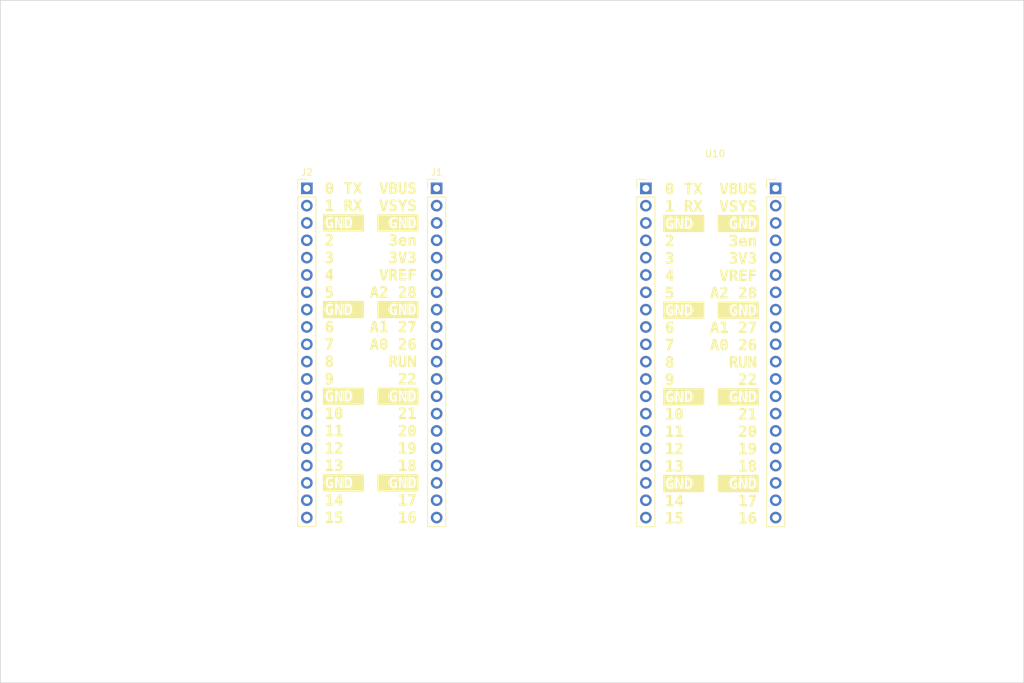
<source format=kicad_pcb>
(kicad_pcb (version 20211014) (generator pcbnew)
  (layers (0 "F.Cu" signal) (31 "B.Cu" signal) (34 "B.Paste" user) (35 "F.Paste" user) (36 "B.SilkS" user "B.Silkscreen") (37 "F.SilkS" user "F.Silkscreen") (38 "B.Mask" user) (39 "F.Mask" user) (44 "Edge.Cuts" user))
  (net 0 "")
  (net 1 "GPIO00")
  (net 2 "GPIO01")
  (net 3 "GND")
  (net 4 "GPIO02")
  (net 5 "GPIO03")
  (net 6 "GPIO04")
  (net 7 "GPIO05")
  (net 8 "GPIO06")
  (net 9 "GPIO07")
  (net 10 "GPIO08")
  (net 11 "GPIO09")
  (net 12 "GPIO10")
  (net 13 "GPIO11")
  (net 14 "GPIO12")
  (net 15 "GPIO13")
  (net 16 "GPIO14")
  (net 17 "GPIO15")
  (net 18 "VBUS")
  (net 19 "VSYS")
  (net 20 "3EN")
  (net 21 "+3V3")
  (net 22 "VREF")
  (net 23 "GPIO28")
  (net 24 "GPIO27")
  (net 25 "GPIO26")
  (net 26 "RUN")
  (net 27 "GPIO22")
  (net 28 "GPIO21")
  (net 29 "GPIO20")
  (net 30 "GPIO19")
  (net 31 "GPIO18")
  (net 32 "GPIO17")
  (net 33 "GPIO16")
  (footprint "oomlout_OOMP_modules:MODULE-CONN-RASP-PICO-2040" (layer "F.Cu") (at 169.292705 80.81)
    (fp_text reference "U10" (at 10.16 -5.08 unlocked) (layer "F.SilkS"))
    (fp_text value "MODULE-CONN-RASP-PICO-2040")
    (pad "1" thru_hole rect (at 0.02 0.005) (size 1.7 1.7) (drill 1) (layers *.Cu *.Mask) (net 1 "GPIO00"))
    (pad "2" thru_hole oval (at 0.02 2.545) (size 1.7 1.7) (drill 1) (layers *.Cu *.Mask) (net 2 "GPIO01"))
    (pad "3" thru_hole oval (at 0.02 5.085) (size 1.7 1.7) (drill 1) (layers *.Cu *.Mask) (net 3 "GND"))
    (pad "4" thru_hole oval (at 0.02 7.625) (size 1.7 1.7) (drill 1) (layers *.Cu *.Mask) (net 4 "GPIO02"))
    (pad "5" thru_hole oval (at 0.02 10.165) (size 1.7 1.7) (drill 1) (layers *.Cu *.Mask) (net 5 "GPIO03"))
    (pad "6" thru_hole oval (at 0.02 12.705) (size 1.7 1.7) (drill 1) (layers *.Cu *.Mask) (net 6 "GPIO04"))
    (pad "7" thru_hole oval (at 0.02 15.245) (size 1.7 1.7) (drill 1) (layers *.Cu *.Mask) (net 7 "GPIO05"))
    (pad "8" thru_hole oval (at 0.02 17.785) (size 1.7 1.7) (drill 1) (layers *.Cu *.Mask) (net 3 "GND"))
    (pad "9" thru_hole oval (at 0.02 20.325) (size 1.7 1.7) (drill 1) (layers *.Cu *.Mask) (net 8 "GPIO06"))
    (pad "10" thru_hole oval (at 0.02 22.865) (size 1.7 1.7) (drill 1) (layers *.Cu *.Mask) (net 9 "GPIO07"))
    (pad "11" thru_hole oval (at 0.02 25.405) (size 1.7 1.7) (drill 1) (layers *.Cu *.Mask) (net 10 "GPIO08"))
    (pad "12" thru_hole oval (at 0.02 27.945) (size 1.7 1.7) (drill 1) (layers *.Cu *.Mask) (net 11 "GPIO09"))
    (pad "13" thru_hole oval (at 0.02 30.485) (size 1.7 1.7) (drill 1) (layers *.Cu *.Mask) (net 3 "GND"))
    (pad "14" thru_hole oval (at 0.02 33.025) (size 1.7 1.7) (drill 1) (layers *.Cu *.Mask) (net 12 "GPIO10"))
    (pad "15" thru_hole oval (at 0.02 35.565) (size 1.7 1.7) (drill 1) (layers *.Cu *.Mask) (net 13 "GPIO11"))
    (pad "16" thru_hole oval (at 0.02 38.105) (size 1.7 1.7) (drill 1) (layers *.Cu *.Mask) (net 14 "GPIO12"))
    (pad "17" thru_hole oval (at 0.02 40.645) (size 1.7 1.7) (drill 1) (layers *.Cu *.Mask) (net 15 "GPIO13"))
    (pad "18" thru_hole oval (at 0.02 43.185) (size 1.7 1.7) (drill 1) (layers *.Cu *.Mask) (net 3 "GND"))
    (pad "19" thru_hole oval (at 0.02 45.725) (size 1.7 1.7) (drill 1) (layers *.Cu *.Mask) (net 16 "GPIO14"))
    (pad "20" thru_hole oval (at 0.02 48.265) (size 1.7 1.7) (drill 1) (layers *.Cu *.Mask) (net 17 "GPIO15"))
    (pad "21" thru_hole oval (at 19.05 48.26) (size 1.7 1.7) (drill 1) (layers *.Cu *.Mask) (net 33 "GPIO16"))
    (pad "22" thru_hole oval (at 19.05 45.72) (size 1.7 1.7) (drill 1) (layers *.Cu *.Mask) (net 32 "GPIO17"))
    (pad "23" thru_hole oval (at 19.05 43.18) (size 1.7 1.7) (drill 1) (layers *.Cu *.Mask) (net 3 "GND"))
    (pad "24" thru_hole oval (at 19.05 40.64) (size 1.7 1.7) (drill 1) (layers *.Cu *.Mask) (net 31 "GPIO18"))
    (pad "25" thru_hole oval (at 19.05 38.1) (size 1.7 1.7) (drill 1) (layers *.Cu *.Mask) (net 30 "GPIO19"))
    (pad "26" thru_hole oval (at 19.05 35.56) (size 1.7 1.7) (drill 1) (layers *.Cu *.Mask) (net 29 "GPIO20"))
    (pad "27" thru_hole oval (at 19.05 33.02) (size 1.7 1.7) (drill 1) (layers *.Cu *.Mask) (net 28 "GPIO21"))
    (pad "28" thru_hole oval (at 19.05 30.48) (size 1.7 1.7) (drill 1) (layers *.Cu *.Mask) (net 3 "GND"))
    (pad "29" thru_hole oval (at 19.05 27.94) (size 1.7 1.7) (drill 1) (layers *.Cu *.Mask) (net 27 "GPIO22"))
    (pad "30" thru_hole oval (at 19.05 25.4) (size 1.7 1.7) (drill 1) (layers *.Cu *.Mask) (net 26 "RUN"))
    (pad "31" thru_hole oval (at 19.05 22.86) (size 1.7 1.7) (drill 1) (layers *.Cu *.Mask) (net 25 "GPIO26"))
    (pad "32" thru_hole oval (at 19.05 20.325) (size 1.7 1.7) (drill 1) (layers *.Cu *.Mask) (net 24 "GPIO27"))
    (pad "33" thru_hole oval (at 19.05 17.785) (size 1.7 1.7) (drill 1) (layers *.Cu *.Mask) (net 3 "GND"))
    (pad "34" thru_hole oval (at 19.05 15.245) (size 1.7 1.7) (drill 1) (layers *.Cu *.Mask) (net 23 "GPIO28"))
    (pad "35" thru_hole oval (at 19.05 12.705) (size 1.7 1.7) (drill 1) (layers *.Cu *.Mask) (net 22 "VREF"))
    (pad "36" thru_hole oval (at 19.05 10.165) (size 1.7 1.7) (drill 1) (layers *.Cu *.Mask) (net 21 "+3V3"))
    (pad "37" thru_hole oval (at 19.05 7.625) (size 1.7 1.7) (drill 1) (layers *.Cu *.Mask) (net 20 "3EN"))
    (pad "38" thru_hole oval (at 19.05 5.085) (size 1.7 1.7) (drill 1) (layers *.Cu *.Mask) (net 3 "GND"))
    (pad "39" thru_hole oval (at 19.05 2.545) (size 1.7 1.7) (drill 1) (layers *.Cu *.Mask) (net 19 "VSYS"))
    (pad "40" thru_hole rect (at 19.05 0.005) (size 1.7 1.7) (drill 1) (layers *.Cu *.Mask) (net 18 "VBUS"))
  )
  (footprint "Connector_PinHeader_2.54mm:PinHeader_1x20_P2.54mm_Vertical" (layer "F.Cu") (at 138.65 80.81)
    (fp_text reference "J1" (at 0 -2.33) (layer "F.SilkS"))
    (fp_text value "HEAD-I01-X-PI20-01")
    (pad "1" thru_hole rect (at 0 0) (size 1.7 1.7) (drill 1) (layers *.Cu *.Mask) (net 1 "GPIO00"))
    (pad "2" thru_hole oval (at 0 2.54) (size 1.7 1.7) (drill 1) (layers *.Cu *.Mask) (net 2 "GPIO01"))
    (pad "3" thru_hole oval (at 0 5.08) (size 1.7 1.7) (drill 1) (layers *.Cu *.Mask) (net 3 "GND"))
    (pad "4" thru_hole oval (at 0 7.62) (size 1.7 1.7) (drill 1) (layers *.Cu *.Mask) (net 4 "GPIO02"))
    (pad "5" thru_hole oval (at 0 10.16) (size 1.7 1.7) (drill 1) (layers *.Cu *.Mask) (net 5 "GPIO03"))
    (pad "6" thru_hole oval (at 0 12.7) (size 1.7 1.7) (drill 1) (layers *.Cu *.Mask) (net 6 "GPIO04"))
    (pad "7" thru_hole oval (at 0 15.24) (size 1.7 1.7) (drill 1) (layers *.Cu *.Mask) (net 7 "GPIO05"))
    (pad "8" thru_hole oval (at 0 17.78) (size 1.7 1.7) (drill 1) (layers *.Cu *.Mask) (net 3 "GND"))
    (pad "9" thru_hole oval (at 0 20.32) (size 1.7 1.7) (drill 1) (layers *.Cu *.Mask) (net 8 "GPIO06"))
    (pad "10" thru_hole oval (at 0 22.86) (size 1.7 1.7) (drill 1) (layers *.Cu *.Mask) (net 9 "GPIO07"))
    (pad "11" thru_hole oval (at 0 25.4) (size 1.7 1.7) (drill 1) (layers *.Cu *.Mask) (net 10 "GPIO08"))
    (pad "12" thru_hole oval (at 0 27.94) (size 1.7 1.7) (drill 1) (layers *.Cu *.Mask) (net 11 "GPIO09"))
    (pad "13" thru_hole oval (at 0 30.48) (size 1.7 1.7) (drill 1) (layers *.Cu *.Mask) (net 3 "GND"))
    (pad "14" thru_hole oval (at 0 33.02) (size 1.7 1.7) (drill 1) (layers *.Cu *.Mask) (net 12 "GPIO10"))
    (pad "15" thru_hole oval (at 0 35.56) (size 1.7 1.7) (drill 1) (layers *.Cu *.Mask) (net 13 "GPIO11"))
    (pad "16" thru_hole oval (at 0 38.1) (size 1.7 1.7) (drill 1) (layers *.Cu *.Mask) (net 14 "GPIO12"))
    (pad "17" thru_hole oval (at 0 40.64) (size 1.7 1.7) (drill 1) (layers *.Cu *.Mask) (net 15 "GPIO13"))
    (pad "18" thru_hole oval (at 0 43.18) (size 1.7 1.7) (drill 1) (layers *.Cu *.Mask) (net 3 "GND"))
    (pad "19" thru_hole oval (at 0 45.72) (size 1.7 1.7) (drill 1) (layers *.Cu *.Mask) (net 16 "GPIO14"))
    (pad "20" thru_hole oval (at 0 48.26) (size 1.7 1.7) (drill 1) (layers *.Cu *.Mask) (net 17 "GPIO15"))
  )
  (footprint "Connector_PinHeader_2.54mm:PinHeader_1x20_P2.54mm_Vertical" (layer "F.Cu") (at 119.62 80.81)
    (fp_text reference "J2" (at 0 -2.33) (layer "F.SilkS"))
    (fp_text value "HEAD-I01-X-PI20-01")
    (pad "1" thru_hole rect (at 0 0) (size 1.7 1.7) (drill 1) (layers *.Cu *.Mask) (net 18 "VBUS"))
    (pad "2" thru_hole oval (at 0 2.54) (size 1.7 1.7) (drill 1) (layers *.Cu *.Mask) (net 19 "VSYS"))
    (pad "3" thru_hole oval (at 0 5.08) (size 1.7 1.7) (drill 1) (layers *.Cu *.Mask) (net 3 "GND"))
    (pad "4" thru_hole oval (at 0 7.62) (size 1.7 1.7) (drill 1) (layers *.Cu *.Mask) (net 20 "3EN"))
    (pad "5" thru_hole oval (at 0 10.16) (size 1.7 1.7) (drill 1) (layers *.Cu *.Mask) (net 21 "+3V3"))
    (pad "6" thru_hole oval (at 0 12.7) (size 1.7 1.7) (drill 1) (layers *.Cu *.Mask) (net 22 "VREF"))
    (pad "7" thru_hole oval (at 0 15.24) (size 1.7 1.7) (drill 1) (layers *.Cu *.Mask) (net 23 "GPIO28"))
    (pad "8" thru_hole oval (at 0 17.78) (size 1.7 1.7) (drill 1) (layers *.Cu *.Mask) (net 3 "GND"))
    (pad "9" thru_hole oval (at 0 20.32) (size 1.7 1.7) (drill 1) (layers *.Cu *.Mask) (net 24 "GPIO27"))
    (pad "10" thru_hole oval (at 0 22.86) (size 1.7 1.7) (drill 1) (layers *.Cu *.Mask) (net 25 "GPIO26"))
    (pad "11" thru_hole oval (at 0 25.4) (size 1.7 1.7) (drill 1) (layers *.Cu *.Mask) (net 26 "RUN"))
    (pad "12" thru_hole oval (at 0 27.94) (size 1.7 1.7) (drill 1) (layers *.Cu *.Mask) (net 27 "GPIO22"))
    (pad "13" thru_hole oval (at 0 30.48) (size 1.7 1.7) (drill 1) (layers *.Cu *.Mask) (net 3 "GND"))
    (pad "14" thru_hole oval (at 0 33.02) (size 1.7 1.7) (drill 1) (layers *.Cu *.Mask) (net 28 "GPIO21"))
    (pad "15" thru_hole oval (at 0 35.56) (size 1.7 1.7) (drill 1) (layers *.Cu *.Mask) (net 29 "GPIO20"))
    (pad "16" thru_hole oval (at 0 38.1) (size 1.7 1.7) (drill 1) (layers *.Cu *.Mask) (net 30 "GPIO19"))
    (pad "17" thru_hole oval (at 0 40.64) (size 1.7 1.7) (drill 1) (layers *.Cu *.Mask) (net 31 "GPIO18"))
    (pad "18" thru_hole oval (at 0 43.18) (size 1.7 1.7) (drill 1) (layers *.Cu *.Mask) (net 3 "GND"))
    (pad "19" thru_hole oval (at 0 45.72) (size 1.7 1.7) (drill 1) (layers *.Cu *.Mask) (net 32 "GPIO17"))
    (pad "20" thru_hole oval (at 0 48.26) (size 1.7 1.7) (drill 1) (layers *.Cu *.Mask) (net 33 "GPIO16"))
  )
  (footprint "oomlout_HESP:silkscreen" (layer "F.Cu") (at 121.37 80.81)
    (fp_text reference "Ref**" hide)
    (fp_text value "Val**" hide)
  )
  (gr_line (start 74.7 53.26) (end 224.7 53.26) (layer "Edge.Cuts") (width 0.1))
  (gr_line (start 74.7 153.26) (end 74.7 53.26) (layer "Edge.Cuts") (width 0.1))
  (gr_line (start 224.7 53.26) (end 224.7 153.26) (layer "Edge.Cuts") (width 0.1))
  (gr_line (start 224.7 153.26) (end 74.7 153.26) (layer "Edge.Cuts") (width 0.1))
)
</source>
